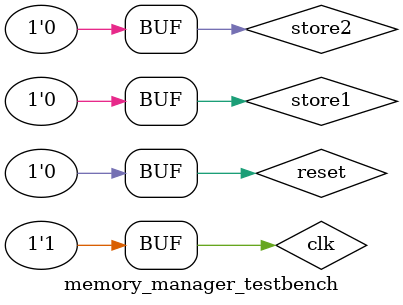
<source format=v>
module memory_manager_testbench();
  reg clk,reset,store1,store2;
  wire write;
  wire [31:0]temp1,temp2,data1,data2;
  wire[1:0] select;
  memory_manager m(clk,reset,store1,store2 , write , temp1 , temp2 ,data1 , data2 ,select);
  
  initial begin
    reset <= 0;
    #100
    reset <= 1;
    #100
    reset <= 0;
    clk <= 0;
    #100
    clk <= 1;
    store1 <= 1;
    store2 <= 1;
   	#100
    clk <= 0;
 	  #100
 	  clk <= 1;
 	  
 	  if(write !== 1)
      $display("Memory manager should emit write signal");
   	if(select !== 1)
   	  $display("Wrong selection");
   	  
    #100
    clk <= 0; 
 	  #100
 	  clk <= 1;
 	  
 	  if(write !== 1)
      $display("Memory manager should emit write signal");
   	if(select !== 2)
   	  $display("Wrong selection");
 	  
 	  store1 <= 0;
    store2 <= 0;
    #100
    clk <= 0;	   
 	  #100
 	  clk <= 1;
 	  
 	  if(write !== 1)
      $display("Memory manager should emit write signal");
   	if(select !== 3)
   	  $display("Wrong selection");
    #100
    clk <= 0;
 	  #100
 	  clk <= 1;
 	  
 	  if(write !== 1)
      $display("Memory manager should emit write signal");
   	if(select !== 2)
   	  $display("Wrong selection");

 	  
 	  #100
 	  clk <= 0;
 	  #100
 	  clk <= 1;
 	  if(write !== 0)
   	  $display("Write signal should be low"); 
  end
endmodule

</source>
